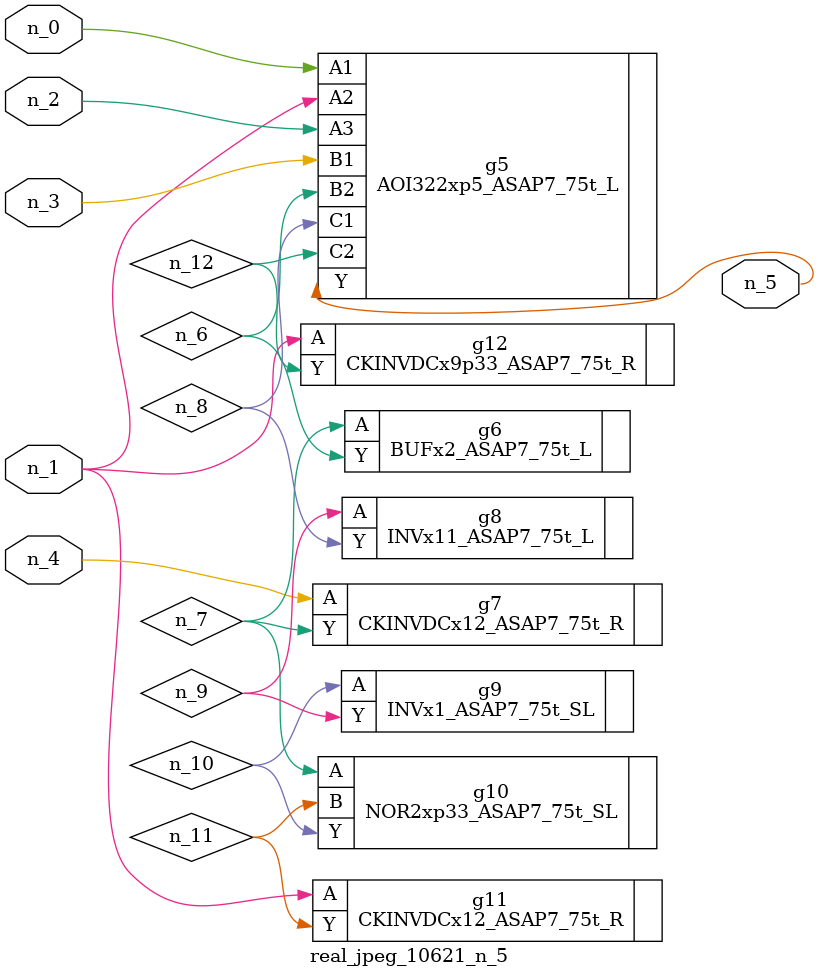
<source format=v>
module real_jpeg_10621_n_5 (n_4, n_0, n_1, n_2, n_3, n_5);

input n_4;
input n_0;
input n_1;
input n_2;
input n_3;

output n_5;

wire n_12;
wire n_8;
wire n_11;
wire n_6;
wire n_7;
wire n_10;
wire n_9;

AOI322xp5_ASAP7_75t_L g5 ( 
.A1(n_0),
.A2(n_1),
.A3(n_2),
.B1(n_3),
.B2(n_6),
.C1(n_8),
.C2(n_12),
.Y(n_5)
);

CKINVDCx12_ASAP7_75t_R g11 ( 
.A(n_1),
.Y(n_11)
);

CKINVDCx9p33_ASAP7_75t_R g12 ( 
.A(n_1),
.Y(n_12)
);

CKINVDCx12_ASAP7_75t_R g7 ( 
.A(n_4),
.Y(n_7)
);

BUFx2_ASAP7_75t_L g6 ( 
.A(n_7),
.Y(n_6)
);

NOR2xp33_ASAP7_75t_SL g10 ( 
.A(n_7),
.B(n_11),
.Y(n_10)
);

INVx11_ASAP7_75t_L g8 ( 
.A(n_9),
.Y(n_8)
);

INVx1_ASAP7_75t_SL g9 ( 
.A(n_10),
.Y(n_9)
);


endmodule
</source>
